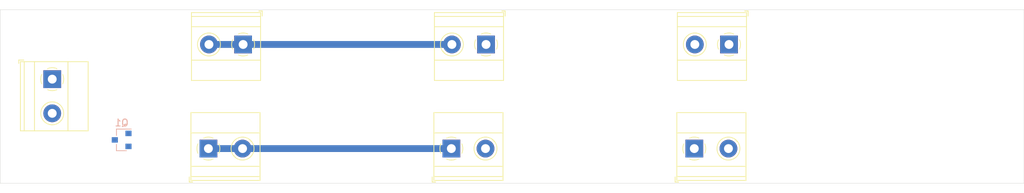
<source format=kicad_pcb>
(kicad_pcb (version 20171130) (host pcbnew "(5.1.8)-1")

  (general
    (thickness 1.6)
    (drawings 4)
    (tracks 2)
    (zones 0)
    (modules 8)
    (nets 4)
  )

  (page A4)
  (layers
    (0 F.Cu signal)
    (31 B.Cu signal)
    (32 B.Adhes user)
    (33 F.Adhes user)
    (34 B.Paste user)
    (35 F.Paste user)
    (36 B.SilkS user)
    (37 F.SilkS user)
    (38 B.Mask user)
    (39 F.Mask user)
    (40 Dwgs.User user)
    (41 Cmts.User user)
    (42 Eco1.User user)
    (43 Eco2.User user)
    (44 Edge.Cuts user)
    (45 Margin user)
    (46 B.CrtYd user)
    (47 F.CrtYd user)
    (48 B.Fab user)
    (49 F.Fab user)
  )

  (setup
    (last_trace_width 0.25)
    (user_trace_width 1)
    (trace_clearance 0.2)
    (zone_clearance 0.508)
    (zone_45_only no)
    (trace_min 0.2)
    (via_size 0.8)
    (via_drill 0.4)
    (via_min_size 0.4)
    (via_min_drill 0.3)
    (uvia_size 0.3)
    (uvia_drill 0.1)
    (uvias_allowed no)
    (uvia_min_size 0.2)
    (uvia_min_drill 0.1)
    (edge_width 0.05)
    (segment_width 0.2)
    (pcb_text_width 0.3)
    (pcb_text_size 1.5 1.5)
    (mod_edge_width 0.12)
    (mod_text_size 1 1)
    (mod_text_width 0.15)
    (pad_size 1.524 1.524)
    (pad_drill 0.762)
    (pad_to_mask_clearance 0)
    (aux_axis_origin 0 0)
    (visible_elements 7FFFFFFF)
    (pcbplotparams
      (layerselection 0x010fc_ffffffff)
      (usegerberextensions false)
      (usegerberattributes true)
      (usegerberadvancedattributes true)
      (creategerberjobfile true)
      (excludeedgelayer true)
      (linewidth 0.100000)
      (plotframeref false)
      (viasonmask false)
      (mode 1)
      (useauxorigin false)
      (hpglpennumber 1)
      (hpglpenspeed 20)
      (hpglpendiameter 15.000000)
      (psnegative false)
      (psa4output false)
      (plotreference true)
      (plotvalue true)
      (plotinvisibletext false)
      (padsonsilk false)
      (subtractmaskfromsilk false)
      (outputformat 1)
      (mirror false)
      (drillshape 1)
      (scaleselection 1)
      (outputdirectory ""))
  )

  (net 0 "")
  (net 1 VCC)
  (net 2 GND)
  (net 3 "Net-(J1-Pad2)")

  (net_class Default "This is the default net class."
    (clearance 0.2)
    (trace_width 0.25)
    (via_dia 0.8)
    (via_drill 0.4)
    (uvia_dia 0.3)
    (uvia_drill 0.1)
    (add_net GND)
    (add_net "Net-(J1-Pad2)")
    (add_net VCC)
  )

  (module Package_TO_SOT_SMD:SOT-23 (layer B.Cu) (tedit 5A02FF57) (tstamp 667A54A6)
    (at 68.58 69.85 180)
    (descr "SOT-23, Standard")
    (tags SOT-23)
    (path /667A66C2)
    (attr smd)
    (fp_text reference Q1 (at 0 2.5 180) (layer B.SilkS)
      (effects (font (size 1 1) (thickness 0.15)) (justify mirror))
    )
    (fp_text value IRLML5203 (at 0 -2.5 180) (layer B.Fab)
      (effects (font (size 1 1) (thickness 0.15)) (justify mirror))
    )
    (fp_text user %R (at 0 0 90) (layer B.Fab)
      (effects (font (size 0.5 0.5) (thickness 0.075)) (justify mirror))
    )
    (fp_line (start -0.7 0.95) (end -0.7 -1.5) (layer B.Fab) (width 0.1))
    (fp_line (start -0.15 1.52) (end 0.7 1.52) (layer B.Fab) (width 0.1))
    (fp_line (start -0.7 0.95) (end -0.15 1.52) (layer B.Fab) (width 0.1))
    (fp_line (start 0.7 1.52) (end 0.7 -1.52) (layer B.Fab) (width 0.1))
    (fp_line (start -0.7 -1.52) (end 0.7 -1.52) (layer B.Fab) (width 0.1))
    (fp_line (start 0.76 -1.58) (end 0.76 -0.65) (layer B.SilkS) (width 0.12))
    (fp_line (start 0.76 1.58) (end 0.76 0.65) (layer B.SilkS) (width 0.12))
    (fp_line (start -1.7 1.75) (end 1.7 1.75) (layer B.CrtYd) (width 0.05))
    (fp_line (start 1.7 1.75) (end 1.7 -1.75) (layer B.CrtYd) (width 0.05))
    (fp_line (start 1.7 -1.75) (end -1.7 -1.75) (layer B.CrtYd) (width 0.05))
    (fp_line (start -1.7 -1.75) (end -1.7 1.75) (layer B.CrtYd) (width 0.05))
    (fp_line (start 0.76 1.58) (end -1.4 1.58) (layer B.SilkS) (width 0.12))
    (fp_line (start 0.76 -1.58) (end -0.7 -1.58) (layer B.SilkS) (width 0.12))
    (pad 3 smd rect (at 1 0 180) (size 0.9 0.8) (layers B.Cu B.Paste B.Mask)
      (net 3 "Net-(J1-Pad2)"))
    (pad 2 smd rect (at -1 -0.95 180) (size 0.9 0.8) (layers B.Cu B.Paste B.Mask)
      (net 1 VCC))
    (pad 1 smd rect (at -1 0.95 180) (size 0.9 0.8) (layers B.Cu B.Paste B.Mask)
      (net 2 GND))
    (model ${KISYS3DMOD}/Package_TO_SOT_SMD.3dshapes/SOT-23.wrl
      (at (xyz 0 0 0))
      (scale (xyz 1 1 1))
      (rotate (xyz 0 0 0))
    )
  )

  (module TerminalBlock_Phoenix:TerminalBlock_Phoenix_MKDS-1,5-2_1x02_P5.00mm_Horizontal (layer F.Cu) (tedit 5B294EE5) (tstamp 667A474F)
    (at 157.48 55.88 180)
    (descr "Terminal Block Phoenix MKDS-1,5-2, 2 pins, pitch 5mm, size 10x9.8mm^2, drill diamater 1.3mm, pad diameter 2.6mm, see http://www.farnell.com/datasheets/100425.pdf, script-generated using https://github.com/pointhi/kicad-footprint-generator/scripts/TerminalBlock_Phoenix")
    (tags "THT Terminal Block Phoenix MKDS-1,5-2 pitch 5mm size 10x9.8mm^2 drill 1.3mm pad 2.6mm")
    (path /667A19DB)
    (fp_text reference J7 (at 2.5 -6.26) (layer F.SilkS) hide
      (effects (font (size 1 1) (thickness 0.15)))
    )
    (fp_text value Screw_Terminal_01x02 (at 2.5 5.66) (layer F.Fab)
      (effects (font (size 1 1) (thickness 0.15)))
    )
    (fp_line (start 8 -5.71) (end -3 -5.71) (layer F.CrtYd) (width 0.05))
    (fp_line (start 8 5.1) (end 8 -5.71) (layer F.CrtYd) (width 0.05))
    (fp_line (start -3 5.1) (end 8 5.1) (layer F.CrtYd) (width 0.05))
    (fp_line (start -3 -5.71) (end -3 5.1) (layer F.CrtYd) (width 0.05))
    (fp_line (start -2.8 4.9) (end -2.3 4.9) (layer F.SilkS) (width 0.12))
    (fp_line (start -2.8 4.16) (end -2.8 4.9) (layer F.SilkS) (width 0.12))
    (fp_line (start 3.773 1.023) (end 3.726 1.069) (layer F.SilkS) (width 0.12))
    (fp_line (start 6.07 -1.275) (end 6.035 -1.239) (layer F.SilkS) (width 0.12))
    (fp_line (start 3.966 1.239) (end 3.931 1.274) (layer F.SilkS) (width 0.12))
    (fp_line (start 6.275 -1.069) (end 6.228 -1.023) (layer F.SilkS) (width 0.12))
    (fp_line (start 5.955 -1.138) (end 3.863 0.955) (layer F.Fab) (width 0.1))
    (fp_line (start 6.138 -0.955) (end 4.046 1.138) (layer F.Fab) (width 0.1))
    (fp_line (start 0.955 -1.138) (end -1.138 0.955) (layer F.Fab) (width 0.1))
    (fp_line (start 1.138 -0.955) (end -0.955 1.138) (layer F.Fab) (width 0.1))
    (fp_line (start 7.56 -5.261) (end 7.56 4.66) (layer F.SilkS) (width 0.12))
    (fp_line (start -2.56 -5.261) (end -2.56 4.66) (layer F.SilkS) (width 0.12))
    (fp_line (start -2.56 4.66) (end 7.56 4.66) (layer F.SilkS) (width 0.12))
    (fp_line (start -2.56 -5.261) (end 7.56 -5.261) (layer F.SilkS) (width 0.12))
    (fp_line (start -2.56 -2.301) (end 7.56 -2.301) (layer F.SilkS) (width 0.12))
    (fp_line (start -2.5 -2.3) (end 7.5 -2.3) (layer F.Fab) (width 0.1))
    (fp_line (start -2.56 2.6) (end 7.56 2.6) (layer F.SilkS) (width 0.12))
    (fp_line (start -2.5 2.6) (end 7.5 2.6) (layer F.Fab) (width 0.1))
    (fp_line (start -2.56 4.1) (end 7.56 4.1) (layer F.SilkS) (width 0.12))
    (fp_line (start -2.5 4.1) (end 7.5 4.1) (layer F.Fab) (width 0.1))
    (fp_line (start -2.5 4.1) (end -2.5 -5.2) (layer F.Fab) (width 0.1))
    (fp_line (start -2 4.6) (end -2.5 4.1) (layer F.Fab) (width 0.1))
    (fp_line (start 7.5 4.6) (end -2 4.6) (layer F.Fab) (width 0.1))
    (fp_line (start 7.5 -5.2) (end 7.5 4.6) (layer F.Fab) (width 0.1))
    (fp_line (start -2.5 -5.2) (end 7.5 -5.2) (layer F.Fab) (width 0.1))
    (fp_circle (center 5 0) (end 6.68 0) (layer F.SilkS) (width 0.12))
    (fp_circle (center 5 0) (end 6.5 0) (layer F.Fab) (width 0.1))
    (fp_circle (center 0 0) (end 1.5 0) (layer F.Fab) (width 0.1))
    (fp_text user %R (at 2.5 3.2) (layer F.Fab)
      (effects (font (size 1 1) (thickness 0.15)))
    )
    (fp_arc (start 0 0) (end -0.684 1.535) (angle -25) (layer F.SilkS) (width 0.12))
    (fp_arc (start 0 0) (end -1.535 -0.684) (angle -48) (layer F.SilkS) (width 0.12))
    (fp_arc (start 0 0) (end 0.684 -1.535) (angle -48) (layer F.SilkS) (width 0.12))
    (fp_arc (start 0 0) (end 1.535 0.684) (angle -48) (layer F.SilkS) (width 0.12))
    (fp_arc (start 0 0) (end 0 1.68) (angle -24) (layer F.SilkS) (width 0.12))
    (pad 2 thru_hole circle (at 5 0 180) (size 2.6 2.6) (drill 1.3) (layers *.Cu *.Mask)
      (net 2 GND))
    (pad 1 thru_hole rect (at 0 0 180) (size 2.6 2.6) (drill 1.3) (layers *.Cu *.Mask)
      (net 2 GND))
    (model ${KISYS3DMOD}/TerminalBlock_Phoenix.3dshapes/TerminalBlock_Phoenix_MKDS-1,5-2_1x02_P5.00mm_Horizontal.wrl
      (at (xyz 0 0 0))
      (scale (xyz 1 1 1))
      (rotate (xyz 0 0 0))
    )
  )

  (module TerminalBlock_Phoenix:TerminalBlock_Phoenix_MKDS-1,5-2_1x02_P5.00mm_Horizontal (layer F.Cu) (tedit 5B294EE5) (tstamp 667A4723)
    (at 152.4 71.12)
    (descr "Terminal Block Phoenix MKDS-1,5-2, 2 pins, pitch 5mm, size 10x9.8mm^2, drill diamater 1.3mm, pad diameter 2.6mm, see http://www.farnell.com/datasheets/100425.pdf, script-generated using https://github.com/pointhi/kicad-footprint-generator/scripts/TerminalBlock_Phoenix")
    (tags "THT Terminal Block Phoenix MKDS-1,5-2 pitch 5mm size 10x9.8mm^2 drill 1.3mm pad 2.6mm")
    (path /667A19D5)
    (fp_text reference J6 (at 2.5 -6.26) (layer F.SilkS) hide
      (effects (font (size 1 1) (thickness 0.15)))
    )
    (fp_text value Screw_Terminal_01x02 (at 2.5 5.66) (layer F.Fab)
      (effects (font (size 1 1) (thickness 0.15)))
    )
    (fp_line (start 8 -5.71) (end -3 -5.71) (layer F.CrtYd) (width 0.05))
    (fp_line (start 8 5.1) (end 8 -5.71) (layer F.CrtYd) (width 0.05))
    (fp_line (start -3 5.1) (end 8 5.1) (layer F.CrtYd) (width 0.05))
    (fp_line (start -3 -5.71) (end -3 5.1) (layer F.CrtYd) (width 0.05))
    (fp_line (start -2.8 4.9) (end -2.3 4.9) (layer F.SilkS) (width 0.12))
    (fp_line (start -2.8 4.16) (end -2.8 4.9) (layer F.SilkS) (width 0.12))
    (fp_line (start 3.773 1.023) (end 3.726 1.069) (layer F.SilkS) (width 0.12))
    (fp_line (start 6.07 -1.275) (end 6.035 -1.239) (layer F.SilkS) (width 0.12))
    (fp_line (start 3.966 1.239) (end 3.931 1.274) (layer F.SilkS) (width 0.12))
    (fp_line (start 6.275 -1.069) (end 6.228 -1.023) (layer F.SilkS) (width 0.12))
    (fp_line (start 5.955 -1.138) (end 3.863 0.955) (layer F.Fab) (width 0.1))
    (fp_line (start 6.138 -0.955) (end 4.046 1.138) (layer F.Fab) (width 0.1))
    (fp_line (start 0.955 -1.138) (end -1.138 0.955) (layer F.Fab) (width 0.1))
    (fp_line (start 1.138 -0.955) (end -0.955 1.138) (layer F.Fab) (width 0.1))
    (fp_line (start 7.56 -5.261) (end 7.56 4.66) (layer F.SilkS) (width 0.12))
    (fp_line (start -2.56 -5.261) (end -2.56 4.66) (layer F.SilkS) (width 0.12))
    (fp_line (start -2.56 4.66) (end 7.56 4.66) (layer F.SilkS) (width 0.12))
    (fp_line (start -2.56 -5.261) (end 7.56 -5.261) (layer F.SilkS) (width 0.12))
    (fp_line (start -2.56 -2.301) (end 7.56 -2.301) (layer F.SilkS) (width 0.12))
    (fp_line (start -2.5 -2.3) (end 7.5 -2.3) (layer F.Fab) (width 0.1))
    (fp_line (start -2.56 2.6) (end 7.56 2.6) (layer F.SilkS) (width 0.12))
    (fp_line (start -2.5 2.6) (end 7.5 2.6) (layer F.Fab) (width 0.1))
    (fp_line (start -2.56 4.1) (end 7.56 4.1) (layer F.SilkS) (width 0.12))
    (fp_line (start -2.5 4.1) (end 7.5 4.1) (layer F.Fab) (width 0.1))
    (fp_line (start -2.5 4.1) (end -2.5 -5.2) (layer F.Fab) (width 0.1))
    (fp_line (start -2 4.6) (end -2.5 4.1) (layer F.Fab) (width 0.1))
    (fp_line (start 7.5 4.6) (end -2 4.6) (layer F.Fab) (width 0.1))
    (fp_line (start 7.5 -5.2) (end 7.5 4.6) (layer F.Fab) (width 0.1))
    (fp_line (start -2.5 -5.2) (end 7.5 -5.2) (layer F.Fab) (width 0.1))
    (fp_circle (center 5 0) (end 6.68 0) (layer F.SilkS) (width 0.12))
    (fp_circle (center 5 0) (end 6.5 0) (layer F.Fab) (width 0.1))
    (fp_circle (center 0 0) (end 1.5 0) (layer F.Fab) (width 0.1))
    (fp_text user %R (at 2.5 3.2) (layer F.Fab)
      (effects (font (size 1 1) (thickness 0.15)))
    )
    (fp_arc (start 0 0) (end -0.684 1.535) (angle -25) (layer F.SilkS) (width 0.12))
    (fp_arc (start 0 0) (end -1.535 -0.684) (angle -48) (layer F.SilkS) (width 0.12))
    (fp_arc (start 0 0) (end 0.684 -1.535) (angle -48) (layer F.SilkS) (width 0.12))
    (fp_arc (start 0 0) (end 1.535 0.684) (angle -48) (layer F.SilkS) (width 0.12))
    (fp_arc (start 0 0) (end 0 1.68) (angle -24) (layer F.SilkS) (width 0.12))
    (pad 2 thru_hole circle (at 5 0) (size 2.6 2.6) (drill 1.3) (layers *.Cu *.Mask)
      (net 1 VCC))
    (pad 1 thru_hole rect (at 0 0) (size 2.6 2.6) (drill 1.3) (layers *.Cu *.Mask)
      (net 1 VCC))
    (model ${KISYS3DMOD}/TerminalBlock_Phoenix.3dshapes/TerminalBlock_Phoenix_MKDS-1,5-2_1x02_P5.00mm_Horizontal.wrl
      (at (xyz 0 0 0))
      (scale (xyz 1 1 1))
      (rotate (xyz 0 0 0))
    )
  )

  (module TerminalBlock_Phoenix:TerminalBlock_Phoenix_MKDS-1,5-2_1x02_P5.00mm_Horizontal (layer F.Cu) (tedit 5B294EE5) (tstamp 667A46F7)
    (at 121.92 55.88 180)
    (descr "Terminal Block Phoenix MKDS-1,5-2, 2 pins, pitch 5mm, size 10x9.8mm^2, drill diamater 1.3mm, pad diameter 2.6mm, see http://www.farnell.com/datasheets/100425.pdf, script-generated using https://github.com/pointhi/kicad-footprint-generator/scripts/TerminalBlock_Phoenix")
    (tags "THT Terminal Block Phoenix MKDS-1,5-2 pitch 5mm size 10x9.8mm^2 drill 1.3mm pad 2.6mm")
    (path /667A0AF5)
    (fp_text reference J5 (at 2.5 -6.26) (layer F.SilkS) hide
      (effects (font (size 1 1) (thickness 0.15)))
    )
    (fp_text value Screw_Terminal_01x02 (at 2.5 5.66) (layer F.Fab)
      (effects (font (size 1 1) (thickness 0.15)))
    )
    (fp_line (start 8 -5.71) (end -3 -5.71) (layer F.CrtYd) (width 0.05))
    (fp_line (start 8 5.1) (end 8 -5.71) (layer F.CrtYd) (width 0.05))
    (fp_line (start -3 5.1) (end 8 5.1) (layer F.CrtYd) (width 0.05))
    (fp_line (start -3 -5.71) (end -3 5.1) (layer F.CrtYd) (width 0.05))
    (fp_line (start -2.8 4.9) (end -2.3 4.9) (layer F.SilkS) (width 0.12))
    (fp_line (start -2.8 4.16) (end -2.8 4.9) (layer F.SilkS) (width 0.12))
    (fp_line (start 3.773 1.023) (end 3.726 1.069) (layer F.SilkS) (width 0.12))
    (fp_line (start 6.07 -1.275) (end 6.035 -1.239) (layer F.SilkS) (width 0.12))
    (fp_line (start 3.966 1.239) (end 3.931 1.274) (layer F.SilkS) (width 0.12))
    (fp_line (start 6.275 -1.069) (end 6.228 -1.023) (layer F.SilkS) (width 0.12))
    (fp_line (start 5.955 -1.138) (end 3.863 0.955) (layer F.Fab) (width 0.1))
    (fp_line (start 6.138 -0.955) (end 4.046 1.138) (layer F.Fab) (width 0.1))
    (fp_line (start 0.955 -1.138) (end -1.138 0.955) (layer F.Fab) (width 0.1))
    (fp_line (start 1.138 -0.955) (end -0.955 1.138) (layer F.Fab) (width 0.1))
    (fp_line (start 7.56 -5.261) (end 7.56 4.66) (layer F.SilkS) (width 0.12))
    (fp_line (start -2.56 -5.261) (end -2.56 4.66) (layer F.SilkS) (width 0.12))
    (fp_line (start -2.56 4.66) (end 7.56 4.66) (layer F.SilkS) (width 0.12))
    (fp_line (start -2.56 -5.261) (end 7.56 -5.261) (layer F.SilkS) (width 0.12))
    (fp_line (start -2.56 -2.301) (end 7.56 -2.301) (layer F.SilkS) (width 0.12))
    (fp_line (start -2.5 -2.3) (end 7.5 -2.3) (layer F.Fab) (width 0.1))
    (fp_line (start -2.56 2.6) (end 7.56 2.6) (layer F.SilkS) (width 0.12))
    (fp_line (start -2.5 2.6) (end 7.5 2.6) (layer F.Fab) (width 0.1))
    (fp_line (start -2.56 4.1) (end 7.56 4.1) (layer F.SilkS) (width 0.12))
    (fp_line (start -2.5 4.1) (end 7.5 4.1) (layer F.Fab) (width 0.1))
    (fp_line (start -2.5 4.1) (end -2.5 -5.2) (layer F.Fab) (width 0.1))
    (fp_line (start -2 4.6) (end -2.5 4.1) (layer F.Fab) (width 0.1))
    (fp_line (start 7.5 4.6) (end -2 4.6) (layer F.Fab) (width 0.1))
    (fp_line (start 7.5 -5.2) (end 7.5 4.6) (layer F.Fab) (width 0.1))
    (fp_line (start -2.5 -5.2) (end 7.5 -5.2) (layer F.Fab) (width 0.1))
    (fp_circle (center 5 0) (end 6.68 0) (layer F.SilkS) (width 0.12))
    (fp_circle (center 5 0) (end 6.5 0) (layer F.Fab) (width 0.1))
    (fp_circle (center 0 0) (end 1.5 0) (layer F.Fab) (width 0.1))
    (fp_text user %R (at 2.5 3.2) (layer F.Fab)
      (effects (font (size 1 1) (thickness 0.15)))
    )
    (fp_arc (start 0 0) (end -0.684 1.535) (angle -25) (layer F.SilkS) (width 0.12))
    (fp_arc (start 0 0) (end -1.535 -0.684) (angle -48) (layer F.SilkS) (width 0.12))
    (fp_arc (start 0 0) (end 0.684 -1.535) (angle -48) (layer F.SilkS) (width 0.12))
    (fp_arc (start 0 0) (end 1.535 0.684) (angle -48) (layer F.SilkS) (width 0.12))
    (fp_arc (start 0 0) (end 0 1.68) (angle -24) (layer F.SilkS) (width 0.12))
    (pad 2 thru_hole circle (at 5 0 180) (size 2.6 2.6) (drill 1.3) (layers *.Cu *.Mask)
      (net 2 GND))
    (pad 1 thru_hole rect (at 0 0 180) (size 2.6 2.6) (drill 1.3) (layers *.Cu *.Mask)
      (net 2 GND))
    (model ${KISYS3DMOD}/TerminalBlock_Phoenix.3dshapes/TerminalBlock_Phoenix_MKDS-1,5-2_1x02_P5.00mm_Horizontal.wrl
      (at (xyz 0 0 0))
      (scale (xyz 1 1 1))
      (rotate (xyz 0 0 0))
    )
  )

  (module TerminalBlock_Phoenix:TerminalBlock_Phoenix_MKDS-1,5-2_1x02_P5.00mm_Horizontal (layer F.Cu) (tedit 5B294EE5) (tstamp 667A46CB)
    (at 116.84 71.12)
    (descr "Terminal Block Phoenix MKDS-1,5-2, 2 pins, pitch 5mm, size 10x9.8mm^2, drill diamater 1.3mm, pad diameter 2.6mm, see http://www.farnell.com/datasheets/100425.pdf, script-generated using https://github.com/pointhi/kicad-footprint-generator/scripts/TerminalBlock_Phoenix")
    (tags "THT Terminal Block Phoenix MKDS-1,5-2 pitch 5mm size 10x9.8mm^2 drill 1.3mm pad 2.6mm")
    (path /667A0AEF)
    (fp_text reference J4 (at 2.5 -6.26) (layer F.SilkS) hide
      (effects (font (size 1 1) (thickness 0.15)))
    )
    (fp_text value Screw_Terminal_01x02 (at 2.5 5.66) (layer F.Fab)
      (effects (font (size 1 1) (thickness 0.15)))
    )
    (fp_line (start 8 -5.71) (end -3 -5.71) (layer F.CrtYd) (width 0.05))
    (fp_line (start 8 5.1) (end 8 -5.71) (layer F.CrtYd) (width 0.05))
    (fp_line (start -3 5.1) (end 8 5.1) (layer F.CrtYd) (width 0.05))
    (fp_line (start -3 -5.71) (end -3 5.1) (layer F.CrtYd) (width 0.05))
    (fp_line (start -2.8 4.9) (end -2.3 4.9) (layer F.SilkS) (width 0.12))
    (fp_line (start -2.8 4.16) (end -2.8 4.9) (layer F.SilkS) (width 0.12))
    (fp_line (start 3.773 1.023) (end 3.726 1.069) (layer F.SilkS) (width 0.12))
    (fp_line (start 6.07 -1.275) (end 6.035 -1.239) (layer F.SilkS) (width 0.12))
    (fp_line (start 3.966 1.239) (end 3.931 1.274) (layer F.SilkS) (width 0.12))
    (fp_line (start 6.275 -1.069) (end 6.228 -1.023) (layer F.SilkS) (width 0.12))
    (fp_line (start 5.955 -1.138) (end 3.863 0.955) (layer F.Fab) (width 0.1))
    (fp_line (start 6.138 -0.955) (end 4.046 1.138) (layer F.Fab) (width 0.1))
    (fp_line (start 0.955 -1.138) (end -1.138 0.955) (layer F.Fab) (width 0.1))
    (fp_line (start 1.138 -0.955) (end -0.955 1.138) (layer F.Fab) (width 0.1))
    (fp_line (start 7.56 -5.261) (end 7.56 4.66) (layer F.SilkS) (width 0.12))
    (fp_line (start -2.56 -5.261) (end -2.56 4.66) (layer F.SilkS) (width 0.12))
    (fp_line (start -2.56 4.66) (end 7.56 4.66) (layer F.SilkS) (width 0.12))
    (fp_line (start -2.56 -5.261) (end 7.56 -5.261) (layer F.SilkS) (width 0.12))
    (fp_line (start -2.56 -2.301) (end 7.56 -2.301) (layer F.SilkS) (width 0.12))
    (fp_line (start -2.5 -2.3) (end 7.5 -2.3) (layer F.Fab) (width 0.1))
    (fp_line (start -2.56 2.6) (end 7.56 2.6) (layer F.SilkS) (width 0.12))
    (fp_line (start -2.5 2.6) (end 7.5 2.6) (layer F.Fab) (width 0.1))
    (fp_line (start -2.56 4.1) (end 7.56 4.1) (layer F.SilkS) (width 0.12))
    (fp_line (start -2.5 4.1) (end 7.5 4.1) (layer F.Fab) (width 0.1))
    (fp_line (start -2.5 4.1) (end -2.5 -5.2) (layer F.Fab) (width 0.1))
    (fp_line (start -2 4.6) (end -2.5 4.1) (layer F.Fab) (width 0.1))
    (fp_line (start 7.5 4.6) (end -2 4.6) (layer F.Fab) (width 0.1))
    (fp_line (start 7.5 -5.2) (end 7.5 4.6) (layer F.Fab) (width 0.1))
    (fp_line (start -2.5 -5.2) (end 7.5 -5.2) (layer F.Fab) (width 0.1))
    (fp_circle (center 5 0) (end 6.68 0) (layer F.SilkS) (width 0.12))
    (fp_circle (center 5 0) (end 6.5 0) (layer F.Fab) (width 0.1))
    (fp_circle (center 0 0) (end 1.5 0) (layer F.Fab) (width 0.1))
    (fp_text user %R (at 2.5 3.2) (layer F.Fab)
      (effects (font (size 1 1) (thickness 0.15)))
    )
    (fp_arc (start 0 0) (end -0.684 1.535) (angle -25) (layer F.SilkS) (width 0.12))
    (fp_arc (start 0 0) (end -1.535 -0.684) (angle -48) (layer F.SilkS) (width 0.12))
    (fp_arc (start 0 0) (end 0.684 -1.535) (angle -48) (layer F.SilkS) (width 0.12))
    (fp_arc (start 0 0) (end 1.535 0.684) (angle -48) (layer F.SilkS) (width 0.12))
    (fp_arc (start 0 0) (end 0 1.68) (angle -24) (layer F.SilkS) (width 0.12))
    (pad 2 thru_hole circle (at 5 0) (size 2.6 2.6) (drill 1.3) (layers *.Cu *.Mask)
      (net 1 VCC))
    (pad 1 thru_hole rect (at 0 0) (size 2.6 2.6) (drill 1.3) (layers *.Cu *.Mask)
      (net 1 VCC))
    (model ${KISYS3DMOD}/TerminalBlock_Phoenix.3dshapes/TerminalBlock_Phoenix_MKDS-1,5-2_1x02_P5.00mm_Horizontal.wrl
      (at (xyz 0 0 0))
      (scale (xyz 1 1 1))
      (rotate (xyz 0 0 0))
    )
  )

  (module TerminalBlock_Phoenix:TerminalBlock_Phoenix_MKDS-1,5-2_1x02_P5.00mm_Horizontal (layer F.Cu) (tedit 5B294EE5) (tstamp 667A469F)
    (at 86.36 55.88 180)
    (descr "Terminal Block Phoenix MKDS-1,5-2, 2 pins, pitch 5mm, size 10x9.8mm^2, drill diamater 1.3mm, pad diameter 2.6mm, see http://www.farnell.com/datasheets/100425.pdf, script-generated using https://github.com/pointhi/kicad-footprint-generator/scripts/TerminalBlock_Phoenix")
    (tags "THT Terminal Block Phoenix MKDS-1,5-2 pitch 5mm size 10x9.8mm^2 drill 1.3mm pad 2.6mm")
    (path /6679F51B)
    (fp_text reference J3 (at 2.5 -6.26) (layer F.SilkS) hide
      (effects (font (size 1 1) (thickness 0.15)))
    )
    (fp_text value Screw_Terminal_01x02 (at 2.5 5.66) (layer F.Fab)
      (effects (font (size 1 1) (thickness 0.15)))
    )
    (fp_line (start 8 -5.71) (end -3 -5.71) (layer F.CrtYd) (width 0.05))
    (fp_line (start 8 5.1) (end 8 -5.71) (layer F.CrtYd) (width 0.05))
    (fp_line (start -3 5.1) (end 8 5.1) (layer F.CrtYd) (width 0.05))
    (fp_line (start -3 -5.71) (end -3 5.1) (layer F.CrtYd) (width 0.05))
    (fp_line (start -2.8 4.9) (end -2.3 4.9) (layer F.SilkS) (width 0.12))
    (fp_line (start -2.8 4.16) (end -2.8 4.9) (layer F.SilkS) (width 0.12))
    (fp_line (start 3.773 1.023) (end 3.726 1.069) (layer F.SilkS) (width 0.12))
    (fp_line (start 6.07 -1.275) (end 6.035 -1.239) (layer F.SilkS) (width 0.12))
    (fp_line (start 3.966 1.239) (end 3.931 1.274) (layer F.SilkS) (width 0.12))
    (fp_line (start 6.275 -1.069) (end 6.228 -1.023) (layer F.SilkS) (width 0.12))
    (fp_line (start 5.955 -1.138) (end 3.863 0.955) (layer F.Fab) (width 0.1))
    (fp_line (start 6.138 -0.955) (end 4.046 1.138) (layer F.Fab) (width 0.1))
    (fp_line (start 0.955 -1.138) (end -1.138 0.955) (layer F.Fab) (width 0.1))
    (fp_line (start 1.138 -0.955) (end -0.955 1.138) (layer F.Fab) (width 0.1))
    (fp_line (start 7.56 -5.261) (end 7.56 4.66) (layer F.SilkS) (width 0.12))
    (fp_line (start -2.56 -5.261) (end -2.56 4.66) (layer F.SilkS) (width 0.12))
    (fp_line (start -2.56 4.66) (end 7.56 4.66) (layer F.SilkS) (width 0.12))
    (fp_line (start -2.56 -5.261) (end 7.56 -5.261) (layer F.SilkS) (width 0.12))
    (fp_line (start -2.56 -2.301) (end 7.56 -2.301) (layer F.SilkS) (width 0.12))
    (fp_line (start -2.5 -2.3) (end 7.5 -2.3) (layer F.Fab) (width 0.1))
    (fp_line (start -2.56 2.6) (end 7.56 2.6) (layer F.SilkS) (width 0.12))
    (fp_line (start -2.5 2.6) (end 7.5 2.6) (layer F.Fab) (width 0.1))
    (fp_line (start -2.56 4.1) (end 7.56 4.1) (layer F.SilkS) (width 0.12))
    (fp_line (start -2.5 4.1) (end 7.5 4.1) (layer F.Fab) (width 0.1))
    (fp_line (start -2.5 4.1) (end -2.5 -5.2) (layer F.Fab) (width 0.1))
    (fp_line (start -2 4.6) (end -2.5 4.1) (layer F.Fab) (width 0.1))
    (fp_line (start 7.5 4.6) (end -2 4.6) (layer F.Fab) (width 0.1))
    (fp_line (start 7.5 -5.2) (end 7.5 4.6) (layer F.Fab) (width 0.1))
    (fp_line (start -2.5 -5.2) (end 7.5 -5.2) (layer F.Fab) (width 0.1))
    (fp_circle (center 5 0) (end 6.68 0) (layer F.SilkS) (width 0.12))
    (fp_circle (center 5 0) (end 6.5 0) (layer F.Fab) (width 0.1))
    (fp_circle (center 0 0) (end 1.5 0) (layer F.Fab) (width 0.1))
    (fp_text user %R (at 2.5 3.2) (layer F.Fab)
      (effects (font (size 1 1) (thickness 0.15)))
    )
    (fp_arc (start 0 0) (end -0.684 1.535) (angle -25) (layer F.SilkS) (width 0.12))
    (fp_arc (start 0 0) (end -1.535 -0.684) (angle -48) (layer F.SilkS) (width 0.12))
    (fp_arc (start 0 0) (end 0.684 -1.535) (angle -48) (layer F.SilkS) (width 0.12))
    (fp_arc (start 0 0) (end 1.535 0.684) (angle -48) (layer F.SilkS) (width 0.12))
    (fp_arc (start 0 0) (end 0 1.68) (angle -24) (layer F.SilkS) (width 0.12))
    (pad 2 thru_hole circle (at 5 0 180) (size 2.6 2.6) (drill 1.3) (layers *.Cu *.Mask)
      (net 2 GND))
    (pad 1 thru_hole rect (at 0 0 180) (size 2.6 2.6) (drill 1.3) (layers *.Cu *.Mask)
      (net 2 GND))
    (model ${KISYS3DMOD}/TerminalBlock_Phoenix.3dshapes/TerminalBlock_Phoenix_MKDS-1,5-2_1x02_P5.00mm_Horizontal.wrl
      (at (xyz 0 0 0))
      (scale (xyz 1 1 1))
      (rotate (xyz 0 0 0))
    )
  )

  (module TerminalBlock_Phoenix:TerminalBlock_Phoenix_MKDS-1,5-2_1x02_P5.00mm_Horizontal (layer F.Cu) (tedit 5B294EE5) (tstamp 667A4673)
    (at 81.28 71.12)
    (descr "Terminal Block Phoenix MKDS-1,5-2, 2 pins, pitch 5mm, size 10x9.8mm^2, drill diamater 1.3mm, pad diameter 2.6mm, see http://www.farnell.com/datasheets/100425.pdf, script-generated using https://github.com/pointhi/kicad-footprint-generator/scripts/TerminalBlock_Phoenix")
    (tags "THT Terminal Block Phoenix MKDS-1,5-2 pitch 5mm size 10x9.8mm^2 drill 1.3mm pad 2.6mm")
    (path /6679EB70)
    (fp_text reference J2 (at 2.5 -6.26) (layer F.SilkS) hide
      (effects (font (size 1 1) (thickness 0.15)))
    )
    (fp_text value Screw_Terminal_01x02 (at 2.5 5.66) (layer F.Fab)
      (effects (font (size 1 1) (thickness 0.15)))
    )
    (fp_line (start 8 -5.71) (end -3 -5.71) (layer F.CrtYd) (width 0.05))
    (fp_line (start 8 5.1) (end 8 -5.71) (layer F.CrtYd) (width 0.05))
    (fp_line (start -3 5.1) (end 8 5.1) (layer F.CrtYd) (width 0.05))
    (fp_line (start -3 -5.71) (end -3 5.1) (layer F.CrtYd) (width 0.05))
    (fp_line (start -2.8 4.9) (end -2.3 4.9) (layer F.SilkS) (width 0.12))
    (fp_line (start -2.8 4.16) (end -2.8 4.9) (layer F.SilkS) (width 0.12))
    (fp_line (start 3.773 1.023) (end 3.726 1.069) (layer F.SilkS) (width 0.12))
    (fp_line (start 6.07 -1.275) (end 6.035 -1.239) (layer F.SilkS) (width 0.12))
    (fp_line (start 3.966 1.239) (end 3.931 1.274) (layer F.SilkS) (width 0.12))
    (fp_line (start 6.275 -1.069) (end 6.228 -1.023) (layer F.SilkS) (width 0.12))
    (fp_line (start 5.955 -1.138) (end 3.863 0.955) (layer F.Fab) (width 0.1))
    (fp_line (start 6.138 -0.955) (end 4.046 1.138) (layer F.Fab) (width 0.1))
    (fp_line (start 0.955 -1.138) (end -1.138 0.955) (layer F.Fab) (width 0.1))
    (fp_line (start 1.138 -0.955) (end -0.955 1.138) (layer F.Fab) (width 0.1))
    (fp_line (start 7.56 -5.261) (end 7.56 4.66) (layer F.SilkS) (width 0.12))
    (fp_line (start -2.56 -5.261) (end -2.56 4.66) (layer F.SilkS) (width 0.12))
    (fp_line (start -2.56 4.66) (end 7.56 4.66) (layer F.SilkS) (width 0.12))
    (fp_line (start -2.56 -5.261) (end 7.56 -5.261) (layer F.SilkS) (width 0.12))
    (fp_line (start -2.56 -2.301) (end 7.56 -2.301) (layer F.SilkS) (width 0.12))
    (fp_line (start -2.5 -2.3) (end 7.5 -2.3) (layer F.Fab) (width 0.1))
    (fp_line (start -2.56 2.6) (end 7.56 2.6) (layer F.SilkS) (width 0.12))
    (fp_line (start -2.5 2.6) (end 7.5 2.6) (layer F.Fab) (width 0.1))
    (fp_line (start -2.56 4.1) (end 7.56 4.1) (layer F.SilkS) (width 0.12))
    (fp_line (start -2.5 4.1) (end 7.5 4.1) (layer F.Fab) (width 0.1))
    (fp_line (start -2.5 4.1) (end -2.5 -5.2) (layer F.Fab) (width 0.1))
    (fp_line (start -2 4.6) (end -2.5 4.1) (layer F.Fab) (width 0.1))
    (fp_line (start 7.5 4.6) (end -2 4.6) (layer F.Fab) (width 0.1))
    (fp_line (start 7.5 -5.2) (end 7.5 4.6) (layer F.Fab) (width 0.1))
    (fp_line (start -2.5 -5.2) (end 7.5 -5.2) (layer F.Fab) (width 0.1))
    (fp_circle (center 5 0) (end 6.68 0) (layer F.SilkS) (width 0.12))
    (fp_circle (center 5 0) (end 6.5 0) (layer F.Fab) (width 0.1))
    (fp_circle (center 0 0) (end 1.5 0) (layer F.Fab) (width 0.1))
    (fp_text user %R (at 2.5 3.2) (layer F.Fab)
      (effects (font (size 1 1) (thickness 0.15)))
    )
    (fp_arc (start 0 0) (end -0.684 1.535) (angle -25) (layer F.SilkS) (width 0.12))
    (fp_arc (start 0 0) (end -1.535 -0.684) (angle -48) (layer F.SilkS) (width 0.12))
    (fp_arc (start 0 0) (end 0.684 -1.535) (angle -48) (layer F.SilkS) (width 0.12))
    (fp_arc (start 0 0) (end 1.535 0.684) (angle -48) (layer F.SilkS) (width 0.12))
    (fp_arc (start 0 0) (end 0 1.68) (angle -24) (layer F.SilkS) (width 0.12))
    (pad 2 thru_hole circle (at 5 0) (size 2.6 2.6) (drill 1.3) (layers *.Cu *.Mask)
      (net 1 VCC))
    (pad 1 thru_hole rect (at 0 0) (size 2.6 2.6) (drill 1.3) (layers *.Cu *.Mask)
      (net 1 VCC))
    (model ${KISYS3DMOD}/TerminalBlock_Phoenix.3dshapes/TerminalBlock_Phoenix_MKDS-1,5-2_1x02_P5.00mm_Horizontal.wrl
      (at (xyz 0 0 0))
      (scale (xyz 1 1 1))
      (rotate (xyz 0 0 0))
    )
  )

  (module TerminalBlock_Phoenix:TerminalBlock_Phoenix_MKDS-1,5-2_1x02_P5.00mm_Horizontal (layer F.Cu) (tedit 5B294EE5) (tstamp 667A43A7)
    (at 58.42 60.96 270)
    (descr "Terminal Block Phoenix MKDS-1,5-2, 2 pins, pitch 5mm, size 10x9.8mm^2, drill diamater 1.3mm, pad diameter 2.6mm, see http://www.farnell.com/datasheets/100425.pdf, script-generated using https://github.com/pointhi/kicad-footprint-generator/scripts/TerminalBlock_Phoenix")
    (tags "THT Terminal Block Phoenix MKDS-1,5-2 pitch 5mm size 10x9.8mm^2 drill 1.3mm pad 2.6mm")
    (path /6679E2FC)
    (fp_text reference J1 (at 2.5 -6.26 90) (layer F.SilkS) hide
      (effects (font (size 1 1) (thickness 0.15)))
    )
    (fp_text value Screw_Terminal_01x02 (at 2.5 5.66 90) (layer F.Fab)
      (effects (font (size 1 1) (thickness 0.15)))
    )
    (fp_circle (center 0 0) (end 1.5 0) (layer F.Fab) (width 0.1))
    (fp_circle (center 5 0) (end 6.5 0) (layer F.Fab) (width 0.1))
    (fp_circle (center 5 0) (end 6.68 0) (layer F.SilkS) (width 0.12))
    (fp_line (start -2.5 -5.2) (end 7.5 -5.2) (layer F.Fab) (width 0.1))
    (fp_line (start 7.5 -5.2) (end 7.5 4.6) (layer F.Fab) (width 0.1))
    (fp_line (start 7.5 4.6) (end -2 4.6) (layer F.Fab) (width 0.1))
    (fp_line (start -2 4.6) (end -2.5 4.1) (layer F.Fab) (width 0.1))
    (fp_line (start -2.5 4.1) (end -2.5 -5.2) (layer F.Fab) (width 0.1))
    (fp_line (start -2.5 4.1) (end 7.5 4.1) (layer F.Fab) (width 0.1))
    (fp_line (start -2.56 4.1) (end 7.56 4.1) (layer F.SilkS) (width 0.12))
    (fp_line (start -2.5 2.6) (end 7.5 2.6) (layer F.Fab) (width 0.1))
    (fp_line (start -2.56 2.6) (end 7.56 2.6) (layer F.SilkS) (width 0.12))
    (fp_line (start -2.5 -2.3) (end 7.5 -2.3) (layer F.Fab) (width 0.1))
    (fp_line (start -2.56 -2.301) (end 7.56 -2.301) (layer F.SilkS) (width 0.12))
    (fp_line (start -2.56 -5.261) (end 7.56 -5.261) (layer F.SilkS) (width 0.12))
    (fp_line (start -2.56 4.66) (end 7.56 4.66) (layer F.SilkS) (width 0.12))
    (fp_line (start -2.56 -5.261) (end -2.56 4.66) (layer F.SilkS) (width 0.12))
    (fp_line (start 7.56 -5.261) (end 7.56 4.66) (layer F.SilkS) (width 0.12))
    (fp_line (start 1.138 -0.955) (end -0.955 1.138) (layer F.Fab) (width 0.1))
    (fp_line (start 0.955 -1.138) (end -1.138 0.955) (layer F.Fab) (width 0.1))
    (fp_line (start 6.138 -0.955) (end 4.046 1.138) (layer F.Fab) (width 0.1))
    (fp_line (start 5.955 -1.138) (end 3.863 0.955) (layer F.Fab) (width 0.1))
    (fp_line (start 6.275 -1.069) (end 6.228 -1.023) (layer F.SilkS) (width 0.12))
    (fp_line (start 3.966 1.239) (end 3.931 1.274) (layer F.SilkS) (width 0.12))
    (fp_line (start 6.07 -1.275) (end 6.035 -1.239) (layer F.SilkS) (width 0.12))
    (fp_line (start 3.773 1.023) (end 3.726 1.069) (layer F.SilkS) (width 0.12))
    (fp_line (start -2.8 4.16) (end -2.8 4.9) (layer F.SilkS) (width 0.12))
    (fp_line (start -2.8 4.9) (end -2.3 4.9) (layer F.SilkS) (width 0.12))
    (fp_line (start -3 -5.71) (end -3 5.1) (layer F.CrtYd) (width 0.05))
    (fp_line (start -3 5.1) (end 8 5.1) (layer F.CrtYd) (width 0.05))
    (fp_line (start 8 5.1) (end 8 -5.71) (layer F.CrtYd) (width 0.05))
    (fp_line (start 8 -5.71) (end -3 -5.71) (layer F.CrtYd) (width 0.05))
    (fp_text user %R (at 2.5 3.2 90) (layer F.Fab)
      (effects (font (size 1 1) (thickness 0.15)))
    )
    (fp_arc (start 0 0) (end -0.684 1.535) (angle -25) (layer F.SilkS) (width 0.12))
    (fp_arc (start 0 0) (end -1.535 -0.684) (angle -48) (layer F.SilkS) (width 0.12))
    (fp_arc (start 0 0) (end 0.684 -1.535) (angle -48) (layer F.SilkS) (width 0.12))
    (fp_arc (start 0 0) (end 1.535 0.684) (angle -48) (layer F.SilkS) (width 0.12))
    (fp_arc (start 0 0) (end 0 1.68) (angle -24) (layer F.SilkS) (width 0.12))
    (pad 2 thru_hole circle (at 5 0 270) (size 2.6 2.6) (drill 1.3) (layers *.Cu *.Mask)
      (net 3 "Net-(J1-Pad2)"))
    (pad 1 thru_hole rect (at 0 0 270) (size 2.6 2.6) (drill 1.3) (layers *.Cu *.Mask)
      (net 2 GND))
    (model ${KISYS3DMOD}/TerminalBlock_Phoenix.3dshapes/TerminalBlock_Phoenix_MKDS-1,5-2_1x02_P5.00mm_Horizontal.wrl
      (at (xyz 0 0 0))
      (scale (xyz 1 1 1))
      (rotate (xyz 0 0 0))
    )
  )

  (gr_line (start 200.66 50.8) (end 50.8 50.8) (layer Edge.Cuts) (width 0.05) (tstamp 667A445E))
  (gr_line (start 200.66 76.2) (end 200.66 50.8) (layer Edge.Cuts) (width 0.05))
  (gr_line (start 50.8 76.2) (end 200.66 76.2) (layer Edge.Cuts) (width 0.05))
  (gr_line (start 50.8 50.8) (end 50.8 76.2) (layer Edge.Cuts) (width 0.05))

  (segment (start 81.28 71.12) (end 116.84 71.12) (width 1) (layer B.Cu) (net 1))
  (segment (start 81.36 55.88) (end 116.92 55.88) (width 1) (layer B.Cu) (net 2))

)

</source>
